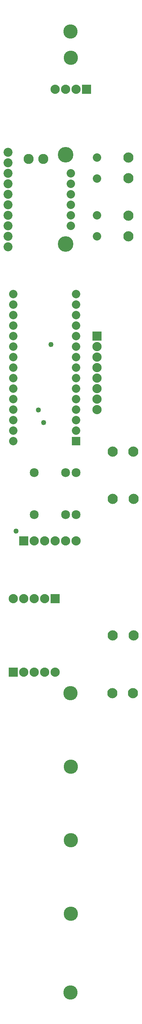
<source format=gts>
G04 MADE WITH FRITZING*
G04 WWW.FRITZING.ORG*
G04 DOUBLE SIDED*
G04 HOLES PLATED*
G04 CONTOUR ON CENTER OF CONTOUR VECTOR*
%ASAXBY*%
%FSLAX23Y23*%
%MOIN*%
%OFA0B0*%
%SFA1.0B1.0*%
%ADD10C,0.088000*%
%ADD11C,0.085000*%
%ADD12C,0.135984*%
%ADD13C,0.080000*%
%ADD14C,0.097268*%
%ADD15C,0.097253*%
%ADD16C,0.148425*%
%ADD17C,0.096000*%
%ADD18C,0.086000*%
%ADD19C,0.049370*%
%ADD20R,0.088000X0.088000*%
%ADD21R,0.079972X0.080000*%
%LNMASK1*%
G90*
G70*
G54D10*
X649Y3897D03*
X549Y3897D03*
X449Y3897D03*
X349Y3897D03*
X249Y3897D03*
X249Y3197D03*
X349Y3197D03*
X449Y3197D03*
X549Y3197D03*
X649Y3197D03*
X349Y4447D03*
X449Y4447D03*
X549Y4447D03*
X649Y4447D03*
X749Y4447D03*
X849Y4447D03*
G54D11*
X449Y5097D03*
X449Y4697D03*
X849Y5097D03*
X849Y4697D03*
X749Y5097D03*
X749Y4697D03*
G54D12*
X799Y9047D03*
X797Y9297D03*
X799Y897D03*
X799Y2297D03*
X799Y1597D03*
X797Y2997D03*
X797Y147D03*
G54D13*
X1049Y7897D03*
X1049Y8097D03*
X1049Y7547D03*
X1049Y7347D03*
G54D10*
X949Y8747D03*
X849Y8747D03*
X749Y8747D03*
X649Y8747D03*
G54D14*
X1196Y2997D03*
G54D15*
X1393Y2997D03*
G54D14*
X1202Y3547D03*
G54D15*
X1399Y3547D03*
G54D14*
X1202Y4847D03*
G54D15*
X1399Y4847D03*
G54D14*
X1396Y5297D03*
G54D15*
X1199Y5297D03*
G54D14*
X1349Y8097D03*
G54D15*
X1349Y7900D03*
G54D14*
X1349Y7544D03*
G54D15*
X1349Y7347D03*
G54D10*
X1049Y6397D03*
X1049Y6297D03*
X1049Y6197D03*
X1049Y6097D03*
X1049Y5997D03*
X1049Y5897D03*
X1049Y5797D03*
X1049Y5697D03*
G54D16*
X749Y8122D03*
G54D17*
X398Y8082D03*
X536Y8082D03*
G54D18*
X199Y8147D03*
X199Y8047D03*
X199Y7947D03*
X199Y7847D03*
X199Y7747D03*
X199Y7647D03*
X199Y7547D03*
G54D16*
X749Y7272D03*
G54D18*
X199Y7447D03*
X199Y7347D03*
X199Y7247D03*
G54D13*
X799Y7447D03*
X799Y7547D03*
X799Y7647D03*
X799Y7747D03*
X799Y7847D03*
X799Y7947D03*
X849Y5397D03*
X849Y5497D03*
X849Y5597D03*
X849Y5697D03*
X849Y5797D03*
X849Y5897D03*
X849Y5997D03*
X849Y6097D03*
X849Y6197D03*
X849Y6297D03*
X849Y6397D03*
X849Y6497D03*
X849Y6597D03*
X849Y6697D03*
X849Y6797D03*
X249Y5397D03*
X249Y5497D03*
X249Y5597D03*
X249Y5697D03*
X249Y5797D03*
X249Y5897D03*
X249Y5997D03*
X249Y6097D03*
X249Y6197D03*
X249Y6297D03*
X249Y6397D03*
X249Y6497D03*
X249Y6597D03*
X249Y6697D03*
X249Y6797D03*
G54D19*
X492Y5693D03*
X276Y4541D03*
X540Y5573D03*
X612Y6317D03*
G54D20*
X649Y3897D03*
X249Y3197D03*
X349Y4447D03*
X949Y8747D03*
X1049Y6397D03*
G54D21*
X849Y5397D03*
G04 End of Mask1*
M02*
</source>
